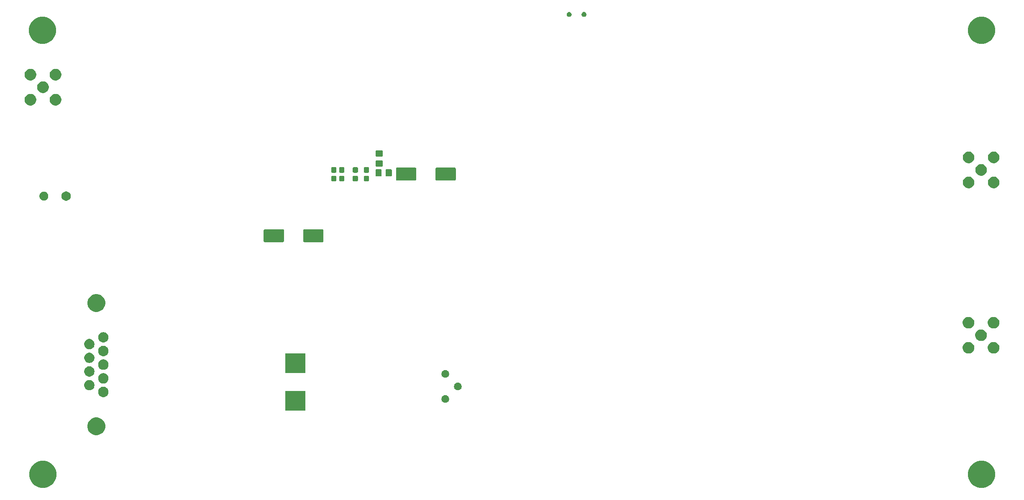
<source format=gbr>
G04 #@! TF.GenerationSoftware,KiCad,Pcbnew,(5.1.2)-1*
G04 #@! TF.CreationDate,2020-05-07T10:56:56-05:00*
G04 #@! TF.ProjectId,EMI_sensor_control_Rev2.0,454d495f-7365-46e7-936f-725f636f6e74,rev?*
G04 #@! TF.SameCoordinates,Original*
G04 #@! TF.FileFunction,Soldermask,Bot*
G04 #@! TF.FilePolarity,Negative*
%FSLAX46Y46*%
G04 Gerber Fmt 4.6, Leading zero omitted, Abs format (unit mm)*
G04 Created by KiCad (PCBNEW (5.1.2)-1) date 2020-05-07 10:56:56*
%MOMM*%
%LPD*%
G04 APERTURE LIST*
%ADD10C,0.100000*%
G04 APERTURE END LIST*
D10*
G36*
X241530937Y-144420719D02*
G01*
X242031587Y-144628095D01*
X242031588Y-144628096D01*
X242482162Y-144929160D01*
X242865340Y-145312338D01*
X242865341Y-145312340D01*
X243166405Y-145762913D01*
X243373781Y-146263563D01*
X243479500Y-146795050D01*
X243479500Y-147336950D01*
X243373781Y-147868437D01*
X243166405Y-148369087D01*
X243166404Y-148369088D01*
X242865340Y-148819662D01*
X242482162Y-149202840D01*
X242329824Y-149304629D01*
X242031587Y-149503905D01*
X241530937Y-149711281D01*
X240999450Y-149817000D01*
X240457550Y-149817000D01*
X239926063Y-149711281D01*
X239425413Y-149503905D01*
X239127176Y-149304629D01*
X238974838Y-149202840D01*
X238591660Y-148819662D01*
X238290596Y-148369088D01*
X238290595Y-148369087D01*
X238083219Y-147868437D01*
X237977500Y-147336950D01*
X237977500Y-146795050D01*
X238083219Y-146263563D01*
X238290595Y-145762913D01*
X238591659Y-145312340D01*
X238591660Y-145312338D01*
X238974838Y-144929160D01*
X239425412Y-144628096D01*
X239425413Y-144628095D01*
X239926063Y-144420719D01*
X240457550Y-144315000D01*
X240999450Y-144315000D01*
X241530937Y-144420719D01*
X241530937Y-144420719D01*
G37*
G36*
X51538937Y-144420719D02*
G01*
X52039587Y-144628095D01*
X52039588Y-144628096D01*
X52490162Y-144929160D01*
X52873340Y-145312338D01*
X52873341Y-145312340D01*
X53174405Y-145762913D01*
X53381781Y-146263563D01*
X53487500Y-146795050D01*
X53487500Y-147336950D01*
X53381781Y-147868437D01*
X53174405Y-148369087D01*
X53174404Y-148369088D01*
X52873340Y-148819662D01*
X52490162Y-149202840D01*
X52337824Y-149304629D01*
X52039587Y-149503905D01*
X51538937Y-149711281D01*
X51007450Y-149817000D01*
X50465550Y-149817000D01*
X49934063Y-149711281D01*
X49433413Y-149503905D01*
X49135176Y-149304629D01*
X48982838Y-149202840D01*
X48599660Y-148819662D01*
X48298596Y-148369088D01*
X48298595Y-148369087D01*
X48091219Y-147868437D01*
X47985500Y-147336950D01*
X47985500Y-146795050D01*
X48091219Y-146263563D01*
X48298595Y-145762913D01*
X48599659Y-145312340D01*
X48599660Y-145312338D01*
X48982838Y-144929160D01*
X49433412Y-144628096D01*
X49433413Y-144628095D01*
X49934063Y-144420719D01*
X50465550Y-144315000D01*
X51007450Y-144315000D01*
X51538937Y-144420719D01*
X51538937Y-144420719D01*
G37*
G36*
X62094932Y-135604212D02*
G01*
X62422693Y-135739975D01*
X62422694Y-135739976D01*
X62422697Y-135739977D01*
X62717671Y-135937072D01*
X62968528Y-136187929D01*
X63165623Y-136482903D01*
X63301388Y-136810669D01*
X63370600Y-137158618D01*
X63370600Y-137513382D01*
X63301388Y-137861331D01*
X63165623Y-138189097D01*
X62968528Y-138484071D01*
X62717671Y-138734928D01*
X62422697Y-138932023D01*
X62422694Y-138932024D01*
X62422693Y-138932025D01*
X62094932Y-139067788D01*
X61746983Y-139137000D01*
X61392217Y-139137000D01*
X61044268Y-139067788D01*
X60716507Y-138932025D01*
X60716506Y-138932024D01*
X60716503Y-138932023D01*
X60421529Y-138734928D01*
X60170672Y-138484071D01*
X59973577Y-138189097D01*
X59837812Y-137861331D01*
X59768600Y-137513382D01*
X59768600Y-137158618D01*
X59837812Y-136810669D01*
X59973577Y-136482903D01*
X60170672Y-136187929D01*
X60421529Y-135937072D01*
X60716503Y-135739977D01*
X60716506Y-135739976D01*
X60716507Y-135739975D01*
X61044268Y-135604212D01*
X61392217Y-135535000D01*
X61746983Y-135535000D01*
X62094932Y-135604212D01*
X62094932Y-135604212D01*
G37*
G36*
X103905000Y-134170300D02*
G01*
X99803000Y-134170300D01*
X99803000Y-130218300D01*
X103905000Y-130218300D01*
X103905000Y-134170300D01*
X103905000Y-134170300D01*
G37*
G36*
X132419193Y-131071929D02*
G01*
X132559506Y-131130048D01*
X132559509Y-131130050D01*
X132685785Y-131214425D01*
X132793175Y-131321815D01*
X132866798Y-131432000D01*
X132877552Y-131448094D01*
X132935671Y-131588407D01*
X132965300Y-131737363D01*
X132965300Y-131889237D01*
X132935671Y-132038193D01*
X132877552Y-132178506D01*
X132877550Y-132178509D01*
X132793175Y-132304785D01*
X132685785Y-132412175D01*
X132559509Y-132496550D01*
X132559506Y-132496552D01*
X132419193Y-132554671D01*
X132270237Y-132584300D01*
X132118363Y-132584300D01*
X131969407Y-132554671D01*
X131829094Y-132496552D01*
X131829091Y-132496550D01*
X131702815Y-132412175D01*
X131595425Y-132304785D01*
X131511050Y-132178509D01*
X131511048Y-132178506D01*
X131452929Y-132038193D01*
X131423300Y-131889237D01*
X131423300Y-131737363D01*
X131452929Y-131588407D01*
X131511048Y-131448094D01*
X131521802Y-131432000D01*
X131595425Y-131321815D01*
X131702815Y-131214425D01*
X131829091Y-131130050D01*
X131829094Y-131130048D01*
X131969407Y-131071929D01*
X132118363Y-131042300D01*
X132270237Y-131042300D01*
X132419193Y-131071929D01*
X132419193Y-131071929D01*
G37*
G36*
X63296165Y-129370390D02*
G01*
X63487435Y-129449616D01*
X63659573Y-129564635D01*
X63805965Y-129711027D01*
X63920984Y-129883165D01*
X64000210Y-130074435D01*
X64040600Y-130277486D01*
X64040600Y-130484514D01*
X64000210Y-130687565D01*
X63920984Y-130878835D01*
X63805965Y-131050973D01*
X63659573Y-131197365D01*
X63487435Y-131312384D01*
X63296165Y-131391610D01*
X63093114Y-131432000D01*
X62886086Y-131432000D01*
X62683035Y-131391610D01*
X62491765Y-131312384D01*
X62319627Y-131197365D01*
X62173235Y-131050973D01*
X62058216Y-130878835D01*
X61978990Y-130687565D01*
X61938600Y-130484514D01*
X61938600Y-130277486D01*
X61978990Y-130074435D01*
X62058216Y-129883165D01*
X62173235Y-129711027D01*
X62319627Y-129564635D01*
X62491765Y-129449616D01*
X62683035Y-129370390D01*
X62886086Y-129330000D01*
X63093114Y-129330000D01*
X63296165Y-129370390D01*
X63296165Y-129370390D01*
G37*
G36*
X60456165Y-127985390D02*
G01*
X60647435Y-128064616D01*
X60819573Y-128179635D01*
X60965965Y-128326027D01*
X61080984Y-128498165D01*
X61160210Y-128689435D01*
X61200600Y-128892486D01*
X61200600Y-129099514D01*
X61160210Y-129302565D01*
X61080984Y-129493835D01*
X60965965Y-129665973D01*
X60819573Y-129812365D01*
X60647435Y-129927384D01*
X60456165Y-130006610D01*
X60253114Y-130047000D01*
X60046086Y-130047000D01*
X59843035Y-130006610D01*
X59651765Y-129927384D01*
X59479627Y-129812365D01*
X59333235Y-129665973D01*
X59218216Y-129493835D01*
X59138990Y-129302565D01*
X59098600Y-129099514D01*
X59098600Y-128892486D01*
X59138990Y-128689435D01*
X59218216Y-128498165D01*
X59333235Y-128326027D01*
X59479627Y-128179635D01*
X59651765Y-128064616D01*
X59843035Y-127985390D01*
X60046086Y-127945000D01*
X60253114Y-127945000D01*
X60456165Y-127985390D01*
X60456165Y-127985390D01*
G37*
G36*
X134959193Y-128531929D02*
G01*
X135099506Y-128590048D01*
X135099509Y-128590050D01*
X135225785Y-128674425D01*
X135333175Y-128781815D01*
X135407123Y-128892486D01*
X135417552Y-128908094D01*
X135475671Y-129048407D01*
X135505300Y-129197363D01*
X135505300Y-129349237D01*
X135475671Y-129498193D01*
X135417552Y-129638506D01*
X135417550Y-129638509D01*
X135333175Y-129764785D01*
X135225785Y-129872175D01*
X135143160Y-129927383D01*
X135099506Y-129956552D01*
X134959193Y-130014671D01*
X134810237Y-130044300D01*
X134658363Y-130044300D01*
X134509407Y-130014671D01*
X134369094Y-129956552D01*
X134325440Y-129927383D01*
X134242815Y-129872175D01*
X134135425Y-129764785D01*
X134051050Y-129638509D01*
X134051048Y-129638506D01*
X133992929Y-129498193D01*
X133963300Y-129349237D01*
X133963300Y-129197363D01*
X133992929Y-129048407D01*
X134051048Y-128908094D01*
X134061477Y-128892486D01*
X134135425Y-128781815D01*
X134242815Y-128674425D01*
X134369091Y-128590050D01*
X134369094Y-128590048D01*
X134509407Y-128531929D01*
X134658363Y-128502300D01*
X134810237Y-128502300D01*
X134959193Y-128531929D01*
X134959193Y-128531929D01*
G37*
G36*
X63296165Y-126600390D02*
G01*
X63487435Y-126679616D01*
X63659573Y-126794635D01*
X63805965Y-126941027D01*
X63920984Y-127113165D01*
X64000210Y-127304435D01*
X64040600Y-127507486D01*
X64040600Y-127714514D01*
X64000210Y-127917565D01*
X63920984Y-128108835D01*
X63805965Y-128280973D01*
X63659573Y-128427365D01*
X63487435Y-128542384D01*
X63296165Y-128621610D01*
X63093114Y-128662000D01*
X62886086Y-128662000D01*
X62683035Y-128621610D01*
X62491765Y-128542384D01*
X62319627Y-128427365D01*
X62173235Y-128280973D01*
X62058216Y-128108835D01*
X61978990Y-127917565D01*
X61938600Y-127714514D01*
X61938600Y-127507486D01*
X61978990Y-127304435D01*
X62058216Y-127113165D01*
X62173235Y-126941027D01*
X62319627Y-126794635D01*
X62491765Y-126679616D01*
X62683035Y-126600390D01*
X62886086Y-126560000D01*
X63093114Y-126560000D01*
X63296165Y-126600390D01*
X63296165Y-126600390D01*
G37*
G36*
X132419193Y-125991929D02*
G01*
X132559506Y-126050048D01*
X132559509Y-126050050D01*
X132685785Y-126134425D01*
X132793175Y-126241815D01*
X132877550Y-126368091D01*
X132877552Y-126368094D01*
X132935671Y-126508407D01*
X132965300Y-126657363D01*
X132965300Y-126809237D01*
X132935671Y-126958193D01*
X132877552Y-127098506D01*
X132877550Y-127098509D01*
X132793175Y-127224785D01*
X132685785Y-127332175D01*
X132559509Y-127416550D01*
X132559506Y-127416552D01*
X132419193Y-127474671D01*
X132270237Y-127504300D01*
X132118363Y-127504300D01*
X131969407Y-127474671D01*
X131829094Y-127416552D01*
X131829091Y-127416550D01*
X131702815Y-127332175D01*
X131595425Y-127224785D01*
X131511050Y-127098509D01*
X131511048Y-127098506D01*
X131452929Y-126958193D01*
X131423300Y-126809237D01*
X131423300Y-126657363D01*
X131452929Y-126508407D01*
X131511048Y-126368094D01*
X131511050Y-126368091D01*
X131595425Y-126241815D01*
X131702815Y-126134425D01*
X131829091Y-126050050D01*
X131829094Y-126050048D01*
X131969407Y-125991929D01*
X132118363Y-125962300D01*
X132270237Y-125962300D01*
X132419193Y-125991929D01*
X132419193Y-125991929D01*
G37*
G36*
X60456165Y-125215390D02*
G01*
X60647435Y-125294616D01*
X60819573Y-125409635D01*
X60965965Y-125556027D01*
X61080984Y-125728165D01*
X61160210Y-125919435D01*
X61200600Y-126122486D01*
X61200600Y-126329514D01*
X61160210Y-126532565D01*
X61080984Y-126723835D01*
X60965965Y-126895973D01*
X60819573Y-127042365D01*
X60647435Y-127157384D01*
X60456165Y-127236610D01*
X60253114Y-127277000D01*
X60046086Y-127277000D01*
X59843035Y-127236610D01*
X59651765Y-127157384D01*
X59479627Y-127042365D01*
X59333235Y-126895973D01*
X59218216Y-126723835D01*
X59138990Y-126532565D01*
X59098600Y-126329514D01*
X59098600Y-126122486D01*
X59138990Y-125919435D01*
X59218216Y-125728165D01*
X59333235Y-125556027D01*
X59479627Y-125409635D01*
X59651765Y-125294616D01*
X59843035Y-125215390D01*
X60046086Y-125175000D01*
X60253114Y-125175000D01*
X60456165Y-125215390D01*
X60456165Y-125215390D01*
G37*
G36*
X103905000Y-126520300D02*
G01*
X99803000Y-126520300D01*
X99803000Y-122568300D01*
X103905000Y-122568300D01*
X103905000Y-126520300D01*
X103905000Y-126520300D01*
G37*
G36*
X63296165Y-123830390D02*
G01*
X63487435Y-123909616D01*
X63659573Y-124024635D01*
X63805965Y-124171027D01*
X63920984Y-124343165D01*
X64000210Y-124534435D01*
X64040600Y-124737486D01*
X64040600Y-124944514D01*
X64000210Y-125147565D01*
X63920984Y-125338835D01*
X63805965Y-125510973D01*
X63659573Y-125657365D01*
X63487435Y-125772384D01*
X63296165Y-125851610D01*
X63093114Y-125892000D01*
X62886086Y-125892000D01*
X62683035Y-125851610D01*
X62491765Y-125772384D01*
X62319627Y-125657365D01*
X62173235Y-125510973D01*
X62058216Y-125338835D01*
X61978990Y-125147565D01*
X61938600Y-124944514D01*
X61938600Y-124737486D01*
X61978990Y-124534435D01*
X62058216Y-124343165D01*
X62173235Y-124171027D01*
X62319627Y-124024635D01*
X62491765Y-123909616D01*
X62683035Y-123830390D01*
X62886086Y-123790000D01*
X63093114Y-123790000D01*
X63296165Y-123830390D01*
X63296165Y-123830390D01*
G37*
G36*
X60456165Y-122445390D02*
G01*
X60647435Y-122524616D01*
X60819573Y-122639635D01*
X60965965Y-122786027D01*
X61080984Y-122958165D01*
X61160210Y-123149435D01*
X61200600Y-123352486D01*
X61200600Y-123559514D01*
X61160210Y-123762565D01*
X61080984Y-123953835D01*
X60965965Y-124125973D01*
X60819573Y-124272365D01*
X60647435Y-124387384D01*
X60456165Y-124466610D01*
X60253114Y-124507000D01*
X60046086Y-124507000D01*
X59843035Y-124466610D01*
X59651765Y-124387384D01*
X59479627Y-124272365D01*
X59333235Y-124125973D01*
X59218216Y-123953835D01*
X59138990Y-123762565D01*
X59098600Y-123559514D01*
X59098600Y-123352486D01*
X59138990Y-123149435D01*
X59218216Y-122958165D01*
X59333235Y-122786027D01*
X59479627Y-122639635D01*
X59651765Y-122524616D01*
X59843035Y-122445390D01*
X60046086Y-122405000D01*
X60253114Y-122405000D01*
X60456165Y-122445390D01*
X60456165Y-122445390D01*
G37*
G36*
X63296165Y-121060390D02*
G01*
X63487435Y-121139616D01*
X63659573Y-121254635D01*
X63805965Y-121401027D01*
X63920984Y-121573165D01*
X64000210Y-121764435D01*
X64040600Y-121967486D01*
X64040600Y-122174514D01*
X64000210Y-122377565D01*
X63920984Y-122568835D01*
X63805965Y-122740973D01*
X63659573Y-122887365D01*
X63487435Y-123002384D01*
X63296165Y-123081610D01*
X63093114Y-123122000D01*
X62886086Y-123122000D01*
X62683035Y-123081610D01*
X62491765Y-123002384D01*
X62319627Y-122887365D01*
X62173235Y-122740973D01*
X62058216Y-122568835D01*
X61978990Y-122377565D01*
X61938600Y-122174514D01*
X61938600Y-121967486D01*
X61978990Y-121764435D01*
X62058216Y-121573165D01*
X62173235Y-121401027D01*
X62319627Y-121254635D01*
X62491765Y-121139616D01*
X62683035Y-121060390D01*
X62886086Y-121020000D01*
X63093114Y-121020000D01*
X63296165Y-121060390D01*
X63296165Y-121060390D01*
G37*
G36*
X238442627Y-120281193D02*
G01*
X238656645Y-120369842D01*
X238849256Y-120498541D01*
X239013059Y-120662344D01*
X239141758Y-120854955D01*
X239230407Y-121068973D01*
X239275600Y-121296174D01*
X239275600Y-121527826D01*
X239230407Y-121755027D01*
X239141758Y-121969045D01*
X239013059Y-122161656D01*
X238849256Y-122325459D01*
X238656645Y-122454158D01*
X238442627Y-122542807D01*
X238215426Y-122588000D01*
X237983774Y-122588000D01*
X237756573Y-122542807D01*
X237542555Y-122454158D01*
X237349944Y-122325459D01*
X237186141Y-122161656D01*
X237057442Y-121969045D01*
X236968793Y-121755027D01*
X236923600Y-121527826D01*
X236923600Y-121296174D01*
X236968793Y-121068973D01*
X237057442Y-120854955D01*
X237186141Y-120662344D01*
X237349944Y-120498541D01*
X237542555Y-120369842D01*
X237756573Y-120281193D01*
X237983774Y-120236000D01*
X238215426Y-120236000D01*
X238442627Y-120281193D01*
X238442627Y-120281193D01*
G37*
G36*
X243522627Y-120281193D02*
G01*
X243736645Y-120369842D01*
X243929256Y-120498541D01*
X244093059Y-120662344D01*
X244221758Y-120854955D01*
X244310407Y-121068973D01*
X244355600Y-121296174D01*
X244355600Y-121527826D01*
X244310407Y-121755027D01*
X244221758Y-121969045D01*
X244093059Y-122161656D01*
X243929256Y-122325459D01*
X243736645Y-122454158D01*
X243522627Y-122542807D01*
X243295426Y-122588000D01*
X243063774Y-122588000D01*
X242836573Y-122542807D01*
X242622555Y-122454158D01*
X242429944Y-122325459D01*
X242266141Y-122161656D01*
X242137442Y-121969045D01*
X242048793Y-121755027D01*
X242003600Y-121527826D01*
X242003600Y-121296174D01*
X242048793Y-121068973D01*
X242137442Y-120854955D01*
X242266141Y-120662344D01*
X242429944Y-120498541D01*
X242622555Y-120369842D01*
X242836573Y-120281193D01*
X243063774Y-120236000D01*
X243295426Y-120236000D01*
X243522627Y-120281193D01*
X243522627Y-120281193D01*
G37*
G36*
X60456165Y-119675390D02*
G01*
X60647435Y-119754616D01*
X60819573Y-119869635D01*
X60965965Y-120016027D01*
X61080984Y-120188165D01*
X61160210Y-120379435D01*
X61200600Y-120582486D01*
X61200600Y-120789514D01*
X61160210Y-120992565D01*
X61080984Y-121183835D01*
X60965965Y-121355973D01*
X60819573Y-121502365D01*
X60647435Y-121617384D01*
X60456165Y-121696610D01*
X60253114Y-121737000D01*
X60046086Y-121737000D01*
X59843035Y-121696610D01*
X59651765Y-121617384D01*
X59479627Y-121502365D01*
X59333235Y-121355973D01*
X59218216Y-121183835D01*
X59138990Y-120992565D01*
X59098600Y-120789514D01*
X59098600Y-120582486D01*
X59138990Y-120379435D01*
X59218216Y-120188165D01*
X59333235Y-120016027D01*
X59479627Y-119869635D01*
X59651765Y-119754616D01*
X59843035Y-119675390D01*
X60046086Y-119635000D01*
X60253114Y-119635000D01*
X60456165Y-119675390D01*
X60456165Y-119675390D01*
G37*
G36*
X63296165Y-118290390D02*
G01*
X63487435Y-118369616D01*
X63659573Y-118484635D01*
X63805965Y-118631027D01*
X63920984Y-118803165D01*
X64000210Y-118994435D01*
X64040600Y-119197486D01*
X64040600Y-119404514D01*
X64000210Y-119607565D01*
X63920984Y-119798835D01*
X63805965Y-119970973D01*
X63659573Y-120117365D01*
X63487435Y-120232384D01*
X63296165Y-120311610D01*
X63093114Y-120352000D01*
X62886086Y-120352000D01*
X62683035Y-120311610D01*
X62491765Y-120232384D01*
X62319627Y-120117365D01*
X62173235Y-119970973D01*
X62058216Y-119798835D01*
X61978990Y-119607565D01*
X61938600Y-119404514D01*
X61938600Y-119197486D01*
X61978990Y-118994435D01*
X62058216Y-118803165D01*
X62173235Y-118631027D01*
X62319627Y-118484635D01*
X62491765Y-118369616D01*
X62683035Y-118290390D01*
X62886086Y-118250000D01*
X63093114Y-118250000D01*
X63296165Y-118290390D01*
X63296165Y-118290390D01*
G37*
G36*
X240982627Y-117741193D02*
G01*
X241196645Y-117829842D01*
X241389256Y-117958541D01*
X241553059Y-118122344D01*
X241681758Y-118314955D01*
X241770407Y-118528973D01*
X241815600Y-118756174D01*
X241815600Y-118987826D01*
X241770407Y-119215027D01*
X241681758Y-119429045D01*
X241553059Y-119621656D01*
X241389256Y-119785459D01*
X241196645Y-119914158D01*
X240982627Y-120002807D01*
X240755426Y-120048000D01*
X240523774Y-120048000D01*
X240296573Y-120002807D01*
X240082555Y-119914158D01*
X239889944Y-119785459D01*
X239726141Y-119621656D01*
X239597442Y-119429045D01*
X239508793Y-119215027D01*
X239463600Y-118987826D01*
X239463600Y-118756174D01*
X239508793Y-118528973D01*
X239597442Y-118314955D01*
X239726141Y-118122344D01*
X239889944Y-117958541D01*
X240082555Y-117829842D01*
X240296573Y-117741193D01*
X240523774Y-117696000D01*
X240755426Y-117696000D01*
X240982627Y-117741193D01*
X240982627Y-117741193D01*
G37*
G36*
X243522627Y-115201193D02*
G01*
X243736645Y-115289842D01*
X243929256Y-115418541D01*
X244093059Y-115582344D01*
X244221758Y-115774955D01*
X244310407Y-115988973D01*
X244355600Y-116216174D01*
X244355600Y-116447826D01*
X244310407Y-116675027D01*
X244221758Y-116889045D01*
X244093059Y-117081656D01*
X243929256Y-117245459D01*
X243736645Y-117374158D01*
X243522627Y-117462807D01*
X243295426Y-117508000D01*
X243063774Y-117508000D01*
X242836573Y-117462807D01*
X242622555Y-117374158D01*
X242429944Y-117245459D01*
X242266141Y-117081656D01*
X242137442Y-116889045D01*
X242048793Y-116675027D01*
X242003600Y-116447826D01*
X242003600Y-116216174D01*
X242048793Y-115988973D01*
X242137442Y-115774955D01*
X242266141Y-115582344D01*
X242429944Y-115418541D01*
X242622555Y-115289842D01*
X242836573Y-115201193D01*
X243063774Y-115156000D01*
X243295426Y-115156000D01*
X243522627Y-115201193D01*
X243522627Y-115201193D01*
G37*
G36*
X238442627Y-115201193D02*
G01*
X238656645Y-115289842D01*
X238849256Y-115418541D01*
X239013059Y-115582344D01*
X239141758Y-115774955D01*
X239230407Y-115988973D01*
X239275600Y-116216174D01*
X239275600Y-116447826D01*
X239230407Y-116675027D01*
X239141758Y-116889045D01*
X239013059Y-117081656D01*
X238849256Y-117245459D01*
X238656645Y-117374158D01*
X238442627Y-117462807D01*
X238215426Y-117508000D01*
X237983774Y-117508000D01*
X237756573Y-117462807D01*
X237542555Y-117374158D01*
X237349944Y-117245459D01*
X237186141Y-117081656D01*
X237057442Y-116889045D01*
X236968793Y-116675027D01*
X236923600Y-116447826D01*
X236923600Y-116216174D01*
X236968793Y-115988973D01*
X237057442Y-115774955D01*
X237186141Y-115582344D01*
X237349944Y-115418541D01*
X237542555Y-115289842D01*
X237756573Y-115201193D01*
X237983774Y-115156000D01*
X238215426Y-115156000D01*
X238442627Y-115201193D01*
X238442627Y-115201193D01*
G37*
G36*
X62094932Y-110614212D02*
G01*
X62422693Y-110749975D01*
X62422694Y-110749976D01*
X62422697Y-110749977D01*
X62717671Y-110947072D01*
X62968528Y-111197929D01*
X63165623Y-111492903D01*
X63301388Y-111820669D01*
X63370600Y-112168618D01*
X63370600Y-112523382D01*
X63301388Y-112871331D01*
X63165623Y-113199097D01*
X62968528Y-113494071D01*
X62717671Y-113744928D01*
X62422697Y-113942023D01*
X62422694Y-113942024D01*
X62422693Y-113942025D01*
X62094932Y-114077788D01*
X61746983Y-114147000D01*
X61392217Y-114147000D01*
X61044268Y-114077788D01*
X60716507Y-113942025D01*
X60716506Y-113942024D01*
X60716503Y-113942023D01*
X60421529Y-113744928D01*
X60170672Y-113494071D01*
X59973577Y-113199097D01*
X59837812Y-112871331D01*
X59768600Y-112523382D01*
X59768600Y-112168618D01*
X59837812Y-111820669D01*
X59973577Y-111492903D01*
X60170672Y-111197929D01*
X60421529Y-110947072D01*
X60716503Y-110749977D01*
X60716506Y-110749976D01*
X60716507Y-110749975D01*
X61044268Y-110614212D01*
X61392217Y-110545000D01*
X61746983Y-110545000D01*
X62094932Y-110614212D01*
X62094932Y-110614212D01*
G37*
G36*
X99368543Y-97407927D02*
G01*
X99410646Y-97420699D01*
X99449441Y-97441436D01*
X99483453Y-97469347D01*
X99511364Y-97503359D01*
X99532101Y-97542154D01*
X99544873Y-97584257D01*
X99549400Y-97630223D01*
X99549400Y-99778577D01*
X99544873Y-99824543D01*
X99532101Y-99866646D01*
X99511364Y-99905441D01*
X99483453Y-99939453D01*
X99449441Y-99967364D01*
X99410646Y-99988101D01*
X99368543Y-100000873D01*
X99322577Y-100005400D01*
X95674223Y-100005400D01*
X95628257Y-100000873D01*
X95586154Y-99988101D01*
X95547359Y-99967364D01*
X95513347Y-99939453D01*
X95485436Y-99905441D01*
X95464699Y-99866646D01*
X95451927Y-99824543D01*
X95447400Y-99778577D01*
X95447400Y-97630223D01*
X95451927Y-97584257D01*
X95464699Y-97542154D01*
X95485436Y-97503359D01*
X95513347Y-97469347D01*
X95547359Y-97441436D01*
X95586154Y-97420699D01*
X95628257Y-97407927D01*
X95674223Y-97403400D01*
X99322577Y-97403400D01*
X99368543Y-97407927D01*
X99368543Y-97407927D01*
G37*
G36*
X107368543Y-97407927D02*
G01*
X107410646Y-97420699D01*
X107449441Y-97441436D01*
X107483453Y-97469347D01*
X107511364Y-97503359D01*
X107532101Y-97542154D01*
X107544873Y-97584257D01*
X107549400Y-97630223D01*
X107549400Y-99778577D01*
X107544873Y-99824543D01*
X107532101Y-99866646D01*
X107511364Y-99905441D01*
X107483453Y-99939453D01*
X107449441Y-99967364D01*
X107410646Y-99988101D01*
X107368543Y-100000873D01*
X107322577Y-100005400D01*
X103674223Y-100005400D01*
X103628257Y-100000873D01*
X103586154Y-99988101D01*
X103547359Y-99967364D01*
X103513347Y-99939453D01*
X103485436Y-99905441D01*
X103464699Y-99866646D01*
X103451927Y-99824543D01*
X103447400Y-99778577D01*
X103447400Y-97630223D01*
X103451927Y-97584257D01*
X103464699Y-97542154D01*
X103485436Y-97503359D01*
X103513347Y-97469347D01*
X103547359Y-97441436D01*
X103586154Y-97420699D01*
X103628257Y-97407927D01*
X103674223Y-97403400D01*
X107322577Y-97403400D01*
X107368543Y-97407927D01*
X107368543Y-97407927D01*
G37*
G36*
X55725794Y-89773945D02*
G01*
X55898868Y-89845635D01*
X56054629Y-89949711D01*
X56187089Y-90082171D01*
X56291165Y-90237932D01*
X56362855Y-90411006D01*
X56399400Y-90594735D01*
X56399400Y-90782065D01*
X56362855Y-90965794D01*
X56291165Y-91138868D01*
X56187089Y-91294629D01*
X56054629Y-91427089D01*
X55898868Y-91531165D01*
X55725794Y-91602855D01*
X55542065Y-91639400D01*
X55354735Y-91639400D01*
X55171006Y-91602855D01*
X54997932Y-91531165D01*
X54842171Y-91427089D01*
X54709711Y-91294629D01*
X54605635Y-91138868D01*
X54533945Y-90965794D01*
X54497400Y-90782065D01*
X54497400Y-90594735D01*
X54533945Y-90411006D01*
X54605635Y-90237932D01*
X54709711Y-90082171D01*
X54842171Y-89949711D01*
X54997932Y-89845635D01*
X55171006Y-89773945D01*
X55354735Y-89737400D01*
X55542065Y-89737400D01*
X55725794Y-89773945D01*
X55725794Y-89773945D01*
G37*
G36*
X51211212Y-89822024D02*
G01*
X51375184Y-89889944D01*
X51522754Y-89988547D01*
X51648253Y-90114046D01*
X51746856Y-90261616D01*
X51814776Y-90425588D01*
X51849400Y-90599659D01*
X51849400Y-90777141D01*
X51814776Y-90951212D01*
X51746856Y-91115184D01*
X51648253Y-91262754D01*
X51522754Y-91388253D01*
X51375184Y-91486856D01*
X51211212Y-91554776D01*
X51037141Y-91589400D01*
X50859659Y-91589400D01*
X50685588Y-91554776D01*
X50521616Y-91486856D01*
X50374046Y-91388253D01*
X50248547Y-91262754D01*
X50149944Y-91115184D01*
X50082024Y-90951212D01*
X50047400Y-90777141D01*
X50047400Y-90599659D01*
X50082024Y-90425588D01*
X50149944Y-90261616D01*
X50248547Y-90114046D01*
X50374046Y-89988547D01*
X50521616Y-89889944D01*
X50685588Y-89822024D01*
X50859659Y-89787400D01*
X51037141Y-89787400D01*
X51211212Y-89822024D01*
X51211212Y-89822024D01*
G37*
G36*
X238468027Y-86778593D02*
G01*
X238682045Y-86867242D01*
X238874656Y-86995941D01*
X239038459Y-87159744D01*
X239167158Y-87352355D01*
X239255807Y-87566373D01*
X239301000Y-87793574D01*
X239301000Y-88025226D01*
X239255807Y-88252427D01*
X239167158Y-88466445D01*
X239038459Y-88659056D01*
X238874656Y-88822859D01*
X238682045Y-88951558D01*
X238468027Y-89040207D01*
X238240826Y-89085400D01*
X238009174Y-89085400D01*
X237781973Y-89040207D01*
X237567955Y-88951558D01*
X237375344Y-88822859D01*
X237211541Y-88659056D01*
X237082842Y-88466445D01*
X236994193Y-88252427D01*
X236949000Y-88025226D01*
X236949000Y-87793574D01*
X236994193Y-87566373D01*
X237082842Y-87352355D01*
X237211541Y-87159744D01*
X237375344Y-86995941D01*
X237567955Y-86867242D01*
X237781973Y-86778593D01*
X238009174Y-86733400D01*
X238240826Y-86733400D01*
X238468027Y-86778593D01*
X238468027Y-86778593D01*
G37*
G36*
X243548027Y-86778593D02*
G01*
X243762045Y-86867242D01*
X243954656Y-86995941D01*
X244118459Y-87159744D01*
X244247158Y-87352355D01*
X244335807Y-87566373D01*
X244381000Y-87793574D01*
X244381000Y-88025226D01*
X244335807Y-88252427D01*
X244247158Y-88466445D01*
X244118459Y-88659056D01*
X243954656Y-88822859D01*
X243762045Y-88951558D01*
X243548027Y-89040207D01*
X243320826Y-89085400D01*
X243089174Y-89085400D01*
X242861973Y-89040207D01*
X242647955Y-88951558D01*
X242455344Y-88822859D01*
X242291541Y-88659056D01*
X242162842Y-88466445D01*
X242074193Y-88252427D01*
X242029000Y-88025226D01*
X242029000Y-87793574D01*
X242074193Y-87566373D01*
X242162842Y-87352355D01*
X242291541Y-87159744D01*
X242455344Y-86995941D01*
X242647955Y-86867242D01*
X242861973Y-86778593D01*
X243089174Y-86733400D01*
X243320826Y-86733400D01*
X243548027Y-86778593D01*
X243548027Y-86778593D01*
G37*
G36*
X116562555Y-86550837D02*
G01*
X116607685Y-86564527D01*
X116649270Y-86586755D01*
X116685727Y-86616673D01*
X116715645Y-86653130D01*
X116737873Y-86694715D01*
X116751563Y-86739845D01*
X116756400Y-86788958D01*
X116756400Y-87455042D01*
X116751563Y-87504155D01*
X116737873Y-87549285D01*
X116715645Y-87590870D01*
X116685727Y-87627327D01*
X116649270Y-87657245D01*
X116607685Y-87679473D01*
X116562555Y-87693163D01*
X116513442Y-87698000D01*
X115947358Y-87698000D01*
X115898245Y-87693163D01*
X115853115Y-87679473D01*
X115811530Y-87657245D01*
X115775073Y-87627327D01*
X115745155Y-87590870D01*
X115722927Y-87549285D01*
X115709237Y-87504155D01*
X115704400Y-87455042D01*
X115704400Y-86788958D01*
X115709237Y-86739845D01*
X115722927Y-86694715D01*
X115745155Y-86653130D01*
X115775073Y-86616673D01*
X115811530Y-86586755D01*
X115853115Y-86564527D01*
X115898245Y-86550837D01*
X115947358Y-86546000D01*
X116513442Y-86546000D01*
X116562555Y-86550837D01*
X116562555Y-86550837D01*
G37*
G36*
X114327355Y-86550837D02*
G01*
X114372485Y-86564527D01*
X114414070Y-86586755D01*
X114450527Y-86616673D01*
X114480445Y-86653130D01*
X114502673Y-86694715D01*
X114516363Y-86739845D01*
X114521200Y-86788958D01*
X114521200Y-87455042D01*
X114516363Y-87504155D01*
X114502673Y-87549285D01*
X114480445Y-87590870D01*
X114450527Y-87627327D01*
X114414070Y-87657245D01*
X114372485Y-87679473D01*
X114327355Y-87693163D01*
X114278242Y-87698000D01*
X113712158Y-87698000D01*
X113663045Y-87693163D01*
X113617915Y-87679473D01*
X113576330Y-87657245D01*
X113539873Y-87627327D01*
X113509955Y-87590870D01*
X113487727Y-87549285D01*
X113474037Y-87504155D01*
X113469200Y-87455042D01*
X113469200Y-86788958D01*
X113474037Y-86739845D01*
X113487727Y-86694715D01*
X113509955Y-86653130D01*
X113539873Y-86616673D01*
X113576330Y-86586755D01*
X113617915Y-86564527D01*
X113663045Y-86550837D01*
X113712158Y-86546000D01*
X114278242Y-86546000D01*
X114327355Y-86550837D01*
X114327355Y-86550837D01*
G37*
G36*
X109958555Y-86550837D02*
G01*
X110003685Y-86564527D01*
X110045270Y-86586755D01*
X110081727Y-86616673D01*
X110111645Y-86653130D01*
X110133873Y-86694715D01*
X110147563Y-86739845D01*
X110152400Y-86788958D01*
X110152400Y-87455042D01*
X110147563Y-87504155D01*
X110133873Y-87549285D01*
X110111645Y-87590870D01*
X110081727Y-87627327D01*
X110045270Y-87657245D01*
X110003685Y-87679473D01*
X109958555Y-87693163D01*
X109909442Y-87698000D01*
X109343358Y-87698000D01*
X109294245Y-87693163D01*
X109249115Y-87679473D01*
X109207530Y-87657245D01*
X109171073Y-87627327D01*
X109141155Y-87590870D01*
X109118927Y-87549285D01*
X109105237Y-87504155D01*
X109100400Y-87455042D01*
X109100400Y-86788958D01*
X109105237Y-86739845D01*
X109118927Y-86694715D01*
X109141155Y-86653130D01*
X109171073Y-86616673D01*
X109207530Y-86586755D01*
X109249115Y-86564527D01*
X109294245Y-86550837D01*
X109343358Y-86546000D01*
X109909442Y-86546000D01*
X109958555Y-86550837D01*
X109958555Y-86550837D01*
G37*
G36*
X111584155Y-86550837D02*
G01*
X111629285Y-86564527D01*
X111670870Y-86586755D01*
X111707327Y-86616673D01*
X111737245Y-86653130D01*
X111759473Y-86694715D01*
X111773163Y-86739845D01*
X111778000Y-86788958D01*
X111778000Y-87455042D01*
X111773163Y-87504155D01*
X111759473Y-87549285D01*
X111737245Y-87590870D01*
X111707327Y-87627327D01*
X111670870Y-87657245D01*
X111629285Y-87679473D01*
X111584155Y-87693163D01*
X111535042Y-87698000D01*
X110968958Y-87698000D01*
X110919845Y-87693163D01*
X110874715Y-87679473D01*
X110833130Y-87657245D01*
X110796673Y-87627327D01*
X110766755Y-87590870D01*
X110744527Y-87549285D01*
X110730837Y-87504155D01*
X110726000Y-87455042D01*
X110726000Y-86788958D01*
X110730837Y-86739845D01*
X110744527Y-86694715D01*
X110766755Y-86653130D01*
X110796673Y-86616673D01*
X110833130Y-86586755D01*
X110874715Y-86564527D01*
X110919845Y-86550837D01*
X110968958Y-86546000D01*
X111535042Y-86546000D01*
X111584155Y-86550837D01*
X111584155Y-86550837D01*
G37*
G36*
X134140143Y-84911127D02*
G01*
X134182246Y-84923899D01*
X134221041Y-84944636D01*
X134255053Y-84972547D01*
X134282964Y-85006559D01*
X134303701Y-85045354D01*
X134316473Y-85087457D01*
X134321000Y-85133423D01*
X134321000Y-87281777D01*
X134316473Y-87327743D01*
X134303701Y-87369846D01*
X134282964Y-87408641D01*
X134255053Y-87442653D01*
X134221041Y-87470564D01*
X134182246Y-87491301D01*
X134140143Y-87504073D01*
X134094177Y-87508600D01*
X130445823Y-87508600D01*
X130399857Y-87504073D01*
X130357754Y-87491301D01*
X130318959Y-87470564D01*
X130284947Y-87442653D01*
X130257036Y-87408641D01*
X130236299Y-87369846D01*
X130223527Y-87327743D01*
X130219000Y-87281777D01*
X130219000Y-85133423D01*
X130223527Y-85087457D01*
X130236299Y-85045354D01*
X130257036Y-85006559D01*
X130284947Y-84972547D01*
X130318959Y-84944636D01*
X130357754Y-84923899D01*
X130399857Y-84911127D01*
X130445823Y-84906600D01*
X134094177Y-84906600D01*
X134140143Y-84911127D01*
X134140143Y-84911127D01*
G37*
G36*
X126140143Y-84911127D02*
G01*
X126182246Y-84923899D01*
X126221041Y-84944636D01*
X126255053Y-84972547D01*
X126282964Y-85006559D01*
X126303701Y-85045354D01*
X126316473Y-85087457D01*
X126321000Y-85133423D01*
X126321000Y-87281777D01*
X126316473Y-87327743D01*
X126303701Y-87369846D01*
X126282964Y-87408641D01*
X126255053Y-87442653D01*
X126221041Y-87470564D01*
X126182246Y-87491301D01*
X126140143Y-87504073D01*
X126094177Y-87508600D01*
X122445823Y-87508600D01*
X122399857Y-87504073D01*
X122357754Y-87491301D01*
X122318959Y-87470564D01*
X122284947Y-87442653D01*
X122257036Y-87408641D01*
X122236299Y-87369846D01*
X122223527Y-87327743D01*
X122219000Y-87281777D01*
X122219000Y-85133423D01*
X122223527Y-85087457D01*
X122236299Y-85045354D01*
X122257036Y-85006559D01*
X122284947Y-84972547D01*
X122318959Y-84944636D01*
X122357754Y-84923899D01*
X122399857Y-84911127D01*
X122445823Y-84906600D01*
X126094177Y-84906600D01*
X126140143Y-84911127D01*
X126140143Y-84911127D01*
G37*
G36*
X121178706Y-85207558D02*
G01*
X121225008Y-85221604D01*
X121267688Y-85244416D01*
X121305089Y-85275111D01*
X121335784Y-85312512D01*
X121358596Y-85355192D01*
X121372642Y-85401494D01*
X121377600Y-85451834D01*
X121377600Y-86455366D01*
X121372642Y-86505706D01*
X121358596Y-86552008D01*
X121335784Y-86594688D01*
X121305089Y-86632089D01*
X121267688Y-86662784D01*
X121225008Y-86685596D01*
X121178706Y-86699642D01*
X121128366Y-86704600D01*
X120374834Y-86704600D01*
X120324494Y-86699642D01*
X120278192Y-86685596D01*
X120235512Y-86662784D01*
X120198111Y-86632089D01*
X120167416Y-86594688D01*
X120144604Y-86552008D01*
X120130558Y-86505706D01*
X120125600Y-86455366D01*
X120125600Y-85451834D01*
X120130558Y-85401494D01*
X120144604Y-85355192D01*
X120167416Y-85312512D01*
X120198111Y-85275111D01*
X120235512Y-85244416D01*
X120278192Y-85221604D01*
X120324494Y-85207558D01*
X120374834Y-85202600D01*
X121128366Y-85202600D01*
X121178706Y-85207558D01*
X121178706Y-85207558D01*
G37*
G36*
X119128706Y-85207558D02*
G01*
X119175008Y-85221604D01*
X119217688Y-85244416D01*
X119255089Y-85275111D01*
X119285784Y-85312512D01*
X119308596Y-85355192D01*
X119322642Y-85401494D01*
X119327600Y-85451834D01*
X119327600Y-86455366D01*
X119322642Y-86505706D01*
X119308596Y-86552008D01*
X119285784Y-86594688D01*
X119255089Y-86632089D01*
X119217688Y-86662784D01*
X119175008Y-86685596D01*
X119128706Y-86699642D01*
X119078366Y-86704600D01*
X118324834Y-86704600D01*
X118274494Y-86699642D01*
X118228192Y-86685596D01*
X118185512Y-86662784D01*
X118148111Y-86632089D01*
X118117416Y-86594688D01*
X118094604Y-86552008D01*
X118080558Y-86505706D01*
X118075600Y-86455366D01*
X118075600Y-85451834D01*
X118080558Y-85401494D01*
X118094604Y-85355192D01*
X118117416Y-85312512D01*
X118148111Y-85275111D01*
X118185512Y-85244416D01*
X118228192Y-85221604D01*
X118274494Y-85207558D01*
X118324834Y-85202600D01*
X119078366Y-85202600D01*
X119128706Y-85207558D01*
X119128706Y-85207558D01*
G37*
G36*
X241008027Y-84238593D02*
G01*
X241222045Y-84327242D01*
X241414656Y-84455941D01*
X241578459Y-84619744D01*
X241707158Y-84812355D01*
X241795807Y-85026373D01*
X241841000Y-85253574D01*
X241841000Y-85485226D01*
X241795807Y-85712427D01*
X241707158Y-85926445D01*
X241578459Y-86119056D01*
X241414656Y-86282859D01*
X241222045Y-86411558D01*
X241008027Y-86500207D01*
X240780826Y-86545400D01*
X240549174Y-86545400D01*
X240321973Y-86500207D01*
X240107955Y-86411558D01*
X239915344Y-86282859D01*
X239751541Y-86119056D01*
X239622842Y-85926445D01*
X239534193Y-85712427D01*
X239489000Y-85485226D01*
X239489000Y-85253574D01*
X239534193Y-85026373D01*
X239622842Y-84812355D01*
X239751541Y-84619744D01*
X239915344Y-84455941D01*
X240107955Y-84327242D01*
X240321973Y-84238593D01*
X240549174Y-84193400D01*
X240780826Y-84193400D01*
X241008027Y-84238593D01*
X241008027Y-84238593D01*
G37*
G36*
X109958555Y-84800837D02*
G01*
X110003685Y-84814527D01*
X110045270Y-84836755D01*
X110081727Y-84866673D01*
X110111645Y-84903130D01*
X110133873Y-84944715D01*
X110147563Y-84989845D01*
X110152400Y-85038958D01*
X110152400Y-85705042D01*
X110147563Y-85754155D01*
X110133873Y-85799285D01*
X110111645Y-85840870D01*
X110081727Y-85877327D01*
X110045270Y-85907245D01*
X110003685Y-85929473D01*
X109958555Y-85943163D01*
X109909442Y-85948000D01*
X109343358Y-85948000D01*
X109294245Y-85943163D01*
X109249115Y-85929473D01*
X109207530Y-85907245D01*
X109171073Y-85877327D01*
X109141155Y-85840870D01*
X109118927Y-85799285D01*
X109105237Y-85754155D01*
X109100400Y-85705042D01*
X109100400Y-85038958D01*
X109105237Y-84989845D01*
X109118927Y-84944715D01*
X109141155Y-84903130D01*
X109171073Y-84866673D01*
X109207530Y-84836755D01*
X109249115Y-84814527D01*
X109294245Y-84800837D01*
X109343358Y-84796000D01*
X109909442Y-84796000D01*
X109958555Y-84800837D01*
X109958555Y-84800837D01*
G37*
G36*
X114327355Y-84800837D02*
G01*
X114372485Y-84814527D01*
X114414070Y-84836755D01*
X114450527Y-84866673D01*
X114480445Y-84903130D01*
X114502673Y-84944715D01*
X114516363Y-84989845D01*
X114521200Y-85038958D01*
X114521200Y-85705042D01*
X114516363Y-85754155D01*
X114502673Y-85799285D01*
X114480445Y-85840870D01*
X114450527Y-85877327D01*
X114414070Y-85907245D01*
X114372485Y-85929473D01*
X114327355Y-85943163D01*
X114278242Y-85948000D01*
X113712158Y-85948000D01*
X113663045Y-85943163D01*
X113617915Y-85929473D01*
X113576330Y-85907245D01*
X113539873Y-85877327D01*
X113509955Y-85840870D01*
X113487727Y-85799285D01*
X113474037Y-85754155D01*
X113469200Y-85705042D01*
X113469200Y-85038958D01*
X113474037Y-84989845D01*
X113487727Y-84944715D01*
X113509955Y-84903130D01*
X113539873Y-84866673D01*
X113576330Y-84836755D01*
X113617915Y-84814527D01*
X113663045Y-84800837D01*
X113712158Y-84796000D01*
X114278242Y-84796000D01*
X114327355Y-84800837D01*
X114327355Y-84800837D01*
G37*
G36*
X116562555Y-84800837D02*
G01*
X116607685Y-84814527D01*
X116649270Y-84836755D01*
X116685727Y-84866673D01*
X116715645Y-84903130D01*
X116737873Y-84944715D01*
X116751563Y-84989845D01*
X116756400Y-85038958D01*
X116756400Y-85705042D01*
X116751563Y-85754155D01*
X116737873Y-85799285D01*
X116715645Y-85840870D01*
X116685727Y-85877327D01*
X116649270Y-85907245D01*
X116607685Y-85929473D01*
X116562555Y-85943163D01*
X116513442Y-85948000D01*
X115947358Y-85948000D01*
X115898245Y-85943163D01*
X115853115Y-85929473D01*
X115811530Y-85907245D01*
X115775073Y-85877327D01*
X115745155Y-85840870D01*
X115722927Y-85799285D01*
X115709237Y-85754155D01*
X115704400Y-85705042D01*
X115704400Y-85038958D01*
X115709237Y-84989845D01*
X115722927Y-84944715D01*
X115745155Y-84903130D01*
X115775073Y-84866673D01*
X115811530Y-84836755D01*
X115853115Y-84814527D01*
X115898245Y-84800837D01*
X115947358Y-84796000D01*
X116513442Y-84796000D01*
X116562555Y-84800837D01*
X116562555Y-84800837D01*
G37*
G36*
X111584155Y-84800837D02*
G01*
X111629285Y-84814527D01*
X111670870Y-84836755D01*
X111707327Y-84866673D01*
X111737245Y-84903130D01*
X111759473Y-84944715D01*
X111773163Y-84989845D01*
X111778000Y-85038958D01*
X111778000Y-85705042D01*
X111773163Y-85754155D01*
X111759473Y-85799285D01*
X111737245Y-85840870D01*
X111707327Y-85877327D01*
X111670870Y-85907245D01*
X111629285Y-85929473D01*
X111584155Y-85943163D01*
X111535042Y-85948000D01*
X110968958Y-85948000D01*
X110919845Y-85943163D01*
X110874715Y-85929473D01*
X110833130Y-85907245D01*
X110796673Y-85877327D01*
X110766755Y-85840870D01*
X110744527Y-85799285D01*
X110730837Y-85754155D01*
X110726000Y-85705042D01*
X110726000Y-85038958D01*
X110730837Y-84989845D01*
X110744527Y-84944715D01*
X110766755Y-84903130D01*
X110796673Y-84866673D01*
X110833130Y-84836755D01*
X110874715Y-84814527D01*
X110919845Y-84800837D01*
X110968958Y-84796000D01*
X111535042Y-84796000D01*
X111584155Y-84800837D01*
X111584155Y-84800837D01*
G37*
G36*
X119373306Y-83461958D02*
G01*
X119419608Y-83476004D01*
X119462288Y-83498816D01*
X119499689Y-83529511D01*
X119530384Y-83566912D01*
X119553196Y-83609592D01*
X119567242Y-83655894D01*
X119572200Y-83706234D01*
X119572200Y-84459766D01*
X119567242Y-84510106D01*
X119553196Y-84556408D01*
X119530384Y-84599088D01*
X119499689Y-84636489D01*
X119462288Y-84667184D01*
X119419608Y-84689996D01*
X119373306Y-84704042D01*
X119322966Y-84709000D01*
X118319434Y-84709000D01*
X118269094Y-84704042D01*
X118222792Y-84689996D01*
X118180112Y-84667184D01*
X118142711Y-84636489D01*
X118112016Y-84599088D01*
X118089204Y-84556408D01*
X118075158Y-84510106D01*
X118070200Y-84459766D01*
X118070200Y-83706234D01*
X118075158Y-83655894D01*
X118089204Y-83609592D01*
X118112016Y-83566912D01*
X118142711Y-83529511D01*
X118180112Y-83498816D01*
X118222792Y-83476004D01*
X118269094Y-83461958D01*
X118319434Y-83457000D01*
X119322966Y-83457000D01*
X119373306Y-83461958D01*
X119373306Y-83461958D01*
G37*
G36*
X243548027Y-81698593D02*
G01*
X243762045Y-81787242D01*
X243954656Y-81915941D01*
X244118459Y-82079744D01*
X244247158Y-82272355D01*
X244335807Y-82486373D01*
X244381000Y-82713574D01*
X244381000Y-82945226D01*
X244335807Y-83172427D01*
X244247158Y-83386445D01*
X244118459Y-83579056D01*
X243954656Y-83742859D01*
X243762045Y-83871558D01*
X243548027Y-83960207D01*
X243320826Y-84005400D01*
X243089174Y-84005400D01*
X242861973Y-83960207D01*
X242647955Y-83871558D01*
X242455344Y-83742859D01*
X242291541Y-83579056D01*
X242162842Y-83386445D01*
X242074193Y-83172427D01*
X242029000Y-82945226D01*
X242029000Y-82713574D01*
X242074193Y-82486373D01*
X242162842Y-82272355D01*
X242291541Y-82079744D01*
X242455344Y-81915941D01*
X242647955Y-81787242D01*
X242861973Y-81698593D01*
X243089174Y-81653400D01*
X243320826Y-81653400D01*
X243548027Y-81698593D01*
X243548027Y-81698593D01*
G37*
G36*
X238468027Y-81698593D02*
G01*
X238682045Y-81787242D01*
X238874656Y-81915941D01*
X239038459Y-82079744D01*
X239167158Y-82272355D01*
X239255807Y-82486373D01*
X239301000Y-82713574D01*
X239301000Y-82945226D01*
X239255807Y-83172427D01*
X239167158Y-83386445D01*
X239038459Y-83579056D01*
X238874656Y-83742859D01*
X238682045Y-83871558D01*
X238468027Y-83960207D01*
X238240826Y-84005400D01*
X238009174Y-84005400D01*
X237781973Y-83960207D01*
X237567955Y-83871558D01*
X237375344Y-83742859D01*
X237211541Y-83579056D01*
X237082842Y-83386445D01*
X236994193Y-83172427D01*
X236949000Y-82945226D01*
X236949000Y-82713574D01*
X236994193Y-82486373D01*
X237082842Y-82272355D01*
X237211541Y-82079744D01*
X237375344Y-81915941D01*
X237567955Y-81787242D01*
X237781973Y-81698593D01*
X238009174Y-81653400D01*
X238240826Y-81653400D01*
X238468027Y-81698593D01*
X238468027Y-81698593D01*
G37*
G36*
X119373306Y-81411958D02*
G01*
X119419608Y-81426004D01*
X119462288Y-81448816D01*
X119499689Y-81479511D01*
X119530384Y-81516912D01*
X119553196Y-81559592D01*
X119567242Y-81605894D01*
X119572200Y-81656234D01*
X119572200Y-82409766D01*
X119567242Y-82460106D01*
X119553196Y-82506408D01*
X119530384Y-82549088D01*
X119499689Y-82586489D01*
X119462288Y-82617184D01*
X119419608Y-82639996D01*
X119373306Y-82654042D01*
X119322966Y-82659000D01*
X118319434Y-82659000D01*
X118269094Y-82654042D01*
X118222792Y-82639996D01*
X118180112Y-82617184D01*
X118142711Y-82586489D01*
X118112016Y-82549088D01*
X118089204Y-82506408D01*
X118075158Y-82460106D01*
X118070200Y-82409766D01*
X118070200Y-81656234D01*
X118075158Y-81605894D01*
X118089204Y-81559592D01*
X118112016Y-81516912D01*
X118142711Y-81479511D01*
X118180112Y-81448816D01*
X118222792Y-81426004D01*
X118269094Y-81411958D01*
X118319434Y-81407000D01*
X119322966Y-81407000D01*
X119373306Y-81411958D01*
X119373306Y-81411958D01*
G37*
G36*
X53657627Y-70014593D02*
G01*
X53871645Y-70103242D01*
X54064256Y-70231941D01*
X54228059Y-70395744D01*
X54356758Y-70588355D01*
X54445407Y-70802373D01*
X54490600Y-71029574D01*
X54490600Y-71261226D01*
X54445407Y-71488427D01*
X54356758Y-71702445D01*
X54228059Y-71895056D01*
X54064256Y-72058859D01*
X53871645Y-72187558D01*
X53657627Y-72276207D01*
X53430426Y-72321400D01*
X53198774Y-72321400D01*
X52971573Y-72276207D01*
X52757555Y-72187558D01*
X52564944Y-72058859D01*
X52401141Y-71895056D01*
X52272442Y-71702445D01*
X52183793Y-71488427D01*
X52138600Y-71261226D01*
X52138600Y-71029574D01*
X52183793Y-70802373D01*
X52272442Y-70588355D01*
X52401141Y-70395744D01*
X52564944Y-70231941D01*
X52757555Y-70103242D01*
X52971573Y-70014593D01*
X53198774Y-69969400D01*
X53430426Y-69969400D01*
X53657627Y-70014593D01*
X53657627Y-70014593D01*
G37*
G36*
X48577627Y-70014593D02*
G01*
X48791645Y-70103242D01*
X48984256Y-70231941D01*
X49148059Y-70395744D01*
X49276758Y-70588355D01*
X49365407Y-70802373D01*
X49410600Y-71029574D01*
X49410600Y-71261226D01*
X49365407Y-71488427D01*
X49276758Y-71702445D01*
X49148059Y-71895056D01*
X48984256Y-72058859D01*
X48791645Y-72187558D01*
X48577627Y-72276207D01*
X48350426Y-72321400D01*
X48118774Y-72321400D01*
X47891573Y-72276207D01*
X47677555Y-72187558D01*
X47484944Y-72058859D01*
X47321141Y-71895056D01*
X47192442Y-71702445D01*
X47103793Y-71488427D01*
X47058600Y-71261226D01*
X47058600Y-71029574D01*
X47103793Y-70802373D01*
X47192442Y-70588355D01*
X47321141Y-70395744D01*
X47484944Y-70231941D01*
X47677555Y-70103242D01*
X47891573Y-70014593D01*
X48118774Y-69969400D01*
X48350426Y-69969400D01*
X48577627Y-70014593D01*
X48577627Y-70014593D01*
G37*
G36*
X51117627Y-67474593D02*
G01*
X51331645Y-67563242D01*
X51524256Y-67691941D01*
X51688059Y-67855744D01*
X51816758Y-68048355D01*
X51905407Y-68262373D01*
X51950600Y-68489574D01*
X51950600Y-68721226D01*
X51905407Y-68948427D01*
X51816758Y-69162445D01*
X51688059Y-69355056D01*
X51524256Y-69518859D01*
X51331645Y-69647558D01*
X51117627Y-69736207D01*
X50890426Y-69781400D01*
X50658774Y-69781400D01*
X50431573Y-69736207D01*
X50217555Y-69647558D01*
X50024944Y-69518859D01*
X49861141Y-69355056D01*
X49732442Y-69162445D01*
X49643793Y-68948427D01*
X49598600Y-68721226D01*
X49598600Y-68489574D01*
X49643793Y-68262373D01*
X49732442Y-68048355D01*
X49861141Y-67855744D01*
X50024944Y-67691941D01*
X50217555Y-67563242D01*
X50431573Y-67474593D01*
X50658774Y-67429400D01*
X50890426Y-67429400D01*
X51117627Y-67474593D01*
X51117627Y-67474593D01*
G37*
G36*
X53657627Y-64934593D02*
G01*
X53871645Y-65023242D01*
X54064256Y-65151941D01*
X54228059Y-65315744D01*
X54356758Y-65508355D01*
X54445407Y-65722373D01*
X54490600Y-65949574D01*
X54490600Y-66181226D01*
X54445407Y-66408427D01*
X54356758Y-66622445D01*
X54228059Y-66815056D01*
X54064256Y-66978859D01*
X53871645Y-67107558D01*
X53657627Y-67196207D01*
X53430426Y-67241400D01*
X53198774Y-67241400D01*
X52971573Y-67196207D01*
X52757555Y-67107558D01*
X52564944Y-66978859D01*
X52401141Y-66815056D01*
X52272442Y-66622445D01*
X52183793Y-66408427D01*
X52138600Y-66181226D01*
X52138600Y-65949574D01*
X52183793Y-65722373D01*
X52272442Y-65508355D01*
X52401141Y-65315744D01*
X52564944Y-65151941D01*
X52757555Y-65023242D01*
X52971573Y-64934593D01*
X53198774Y-64889400D01*
X53430426Y-64889400D01*
X53657627Y-64934593D01*
X53657627Y-64934593D01*
G37*
G36*
X48577627Y-64934593D02*
G01*
X48791645Y-65023242D01*
X48984256Y-65151941D01*
X49148059Y-65315744D01*
X49276758Y-65508355D01*
X49365407Y-65722373D01*
X49410600Y-65949574D01*
X49410600Y-66181226D01*
X49365407Y-66408427D01*
X49276758Y-66622445D01*
X49148059Y-66815056D01*
X48984256Y-66978859D01*
X48791645Y-67107558D01*
X48577627Y-67196207D01*
X48350426Y-67241400D01*
X48118774Y-67241400D01*
X47891573Y-67196207D01*
X47677555Y-67107558D01*
X47484944Y-66978859D01*
X47321141Y-66815056D01*
X47192442Y-66622445D01*
X47103793Y-66408427D01*
X47058600Y-66181226D01*
X47058600Y-65949574D01*
X47103793Y-65722373D01*
X47192442Y-65508355D01*
X47321141Y-65315744D01*
X47484944Y-65151941D01*
X47677555Y-65023242D01*
X47891573Y-64934593D01*
X48118774Y-64889400D01*
X48350426Y-64889400D01*
X48577627Y-64934593D01*
X48577627Y-64934593D01*
G37*
G36*
X241530937Y-54441219D02*
G01*
X242031587Y-54648595D01*
X242031588Y-54648596D01*
X242482162Y-54949660D01*
X242865340Y-55332838D01*
X242865341Y-55332840D01*
X243166405Y-55783413D01*
X243373781Y-56284063D01*
X243479500Y-56815550D01*
X243479500Y-57357450D01*
X243373781Y-57888937D01*
X243166405Y-58389587D01*
X243166404Y-58389588D01*
X242865340Y-58840162D01*
X242482162Y-59223340D01*
X242329824Y-59325129D01*
X242031587Y-59524405D01*
X241530937Y-59731781D01*
X240999450Y-59837500D01*
X240457550Y-59837500D01*
X239926063Y-59731781D01*
X239425413Y-59524405D01*
X239127176Y-59325129D01*
X238974838Y-59223340D01*
X238591660Y-58840162D01*
X238290596Y-58389588D01*
X238290595Y-58389587D01*
X238083219Y-57888937D01*
X237977500Y-57357450D01*
X237977500Y-56815550D01*
X238083219Y-56284063D01*
X238290595Y-55783413D01*
X238591659Y-55332840D01*
X238591660Y-55332838D01*
X238974838Y-54949660D01*
X239425412Y-54648596D01*
X239425413Y-54648595D01*
X239926063Y-54441219D01*
X240457550Y-54335500D01*
X240999450Y-54335500D01*
X241530937Y-54441219D01*
X241530937Y-54441219D01*
G37*
G36*
X51475437Y-54441219D02*
G01*
X51976087Y-54648595D01*
X51976088Y-54648596D01*
X52426662Y-54949660D01*
X52809840Y-55332838D01*
X52809841Y-55332840D01*
X53110905Y-55783413D01*
X53318281Y-56284063D01*
X53424000Y-56815550D01*
X53424000Y-57357450D01*
X53318281Y-57888937D01*
X53110905Y-58389587D01*
X53110904Y-58389588D01*
X52809840Y-58840162D01*
X52426662Y-59223340D01*
X52274324Y-59325129D01*
X51976087Y-59524405D01*
X51475437Y-59731781D01*
X50943950Y-59837500D01*
X50402050Y-59837500D01*
X49870563Y-59731781D01*
X49369913Y-59524405D01*
X49071676Y-59325129D01*
X48919338Y-59223340D01*
X48536160Y-58840162D01*
X48235096Y-58389588D01*
X48235095Y-58389587D01*
X48027719Y-57888937D01*
X47922000Y-57357450D01*
X47922000Y-56815550D01*
X48027719Y-56284063D01*
X48235095Y-55783413D01*
X48536159Y-55332840D01*
X48536160Y-55332838D01*
X48919338Y-54949660D01*
X49369912Y-54648596D01*
X49369913Y-54648595D01*
X49870563Y-54441219D01*
X50402050Y-54335500D01*
X50943950Y-54335500D01*
X51475437Y-54441219D01*
X51475437Y-54441219D01*
G37*
G36*
X160422939Y-53366253D02*
G01*
X160514112Y-53404019D01*
X160596169Y-53458848D01*
X160665952Y-53528631D01*
X160720781Y-53610688D01*
X160758547Y-53701861D01*
X160777800Y-53798656D01*
X160777800Y-53897344D01*
X160758547Y-53994139D01*
X160720781Y-54085312D01*
X160665952Y-54167369D01*
X160596169Y-54237152D01*
X160514112Y-54291981D01*
X160422939Y-54329747D01*
X160326144Y-54349000D01*
X160227456Y-54349000D01*
X160130661Y-54329747D01*
X160039488Y-54291981D01*
X159957431Y-54237152D01*
X159887648Y-54167369D01*
X159832819Y-54085312D01*
X159795053Y-53994139D01*
X159775800Y-53897344D01*
X159775800Y-53798656D01*
X159795053Y-53701861D01*
X159832819Y-53610688D01*
X159887648Y-53528631D01*
X159957431Y-53458848D01*
X160039488Y-53404019D01*
X160130661Y-53366253D01*
X160227456Y-53347000D01*
X160326144Y-53347000D01*
X160422939Y-53366253D01*
X160422939Y-53366253D01*
G37*
G36*
X157422939Y-53366253D02*
G01*
X157514112Y-53404019D01*
X157596169Y-53458848D01*
X157665952Y-53528631D01*
X157720781Y-53610688D01*
X157758547Y-53701861D01*
X157777800Y-53798656D01*
X157777800Y-53897344D01*
X157758547Y-53994139D01*
X157720781Y-54085312D01*
X157665952Y-54167369D01*
X157596169Y-54237152D01*
X157514112Y-54291981D01*
X157422939Y-54329747D01*
X157326144Y-54349000D01*
X157227456Y-54349000D01*
X157130661Y-54329747D01*
X157039488Y-54291981D01*
X156957431Y-54237152D01*
X156887648Y-54167369D01*
X156832819Y-54085312D01*
X156795053Y-53994139D01*
X156775800Y-53897344D01*
X156775800Y-53798656D01*
X156795053Y-53701861D01*
X156832819Y-53610688D01*
X156887648Y-53528631D01*
X156957431Y-53458848D01*
X157039488Y-53404019D01*
X157130661Y-53366253D01*
X157227456Y-53347000D01*
X157326144Y-53347000D01*
X157422939Y-53366253D01*
X157422939Y-53366253D01*
G37*
M02*

</source>
